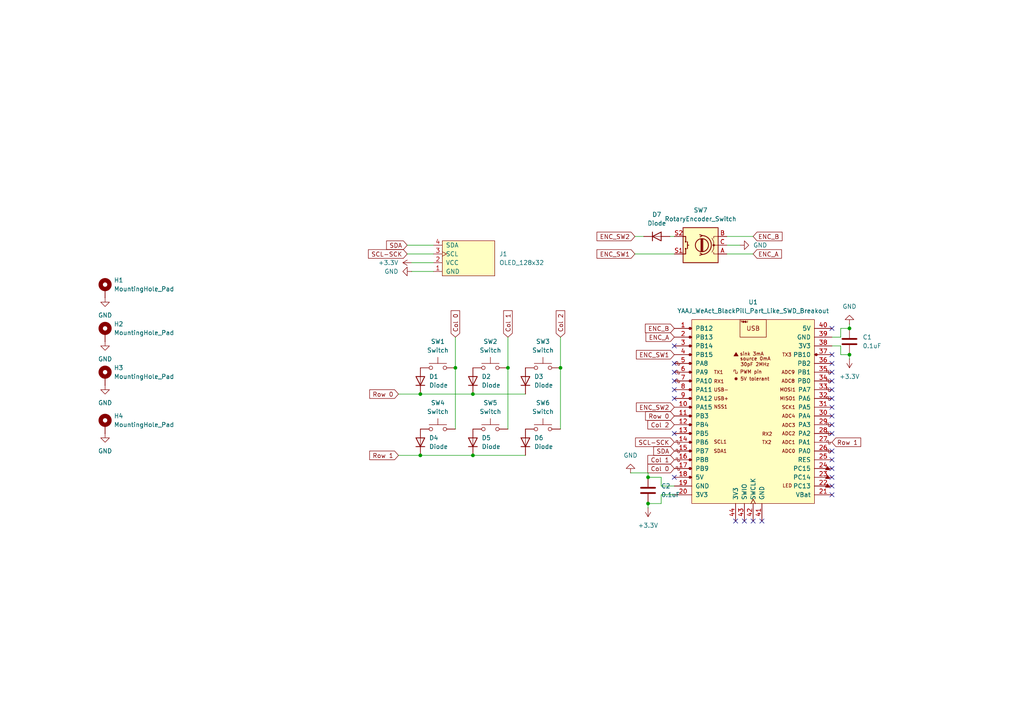
<source format=kicad_sch>
(kicad_sch (version 20250114) (generator "eeschema") (generator_version "9.0")
  (paper "A4")
  (title_block (title "vWAN macropad") (date "2025-07-10") (rev "v1.0") (company "Author: wandou"))
  (lib_symbols
    (symbol "Device:C" (pin_numbers (hide yes)) (pin_names (offset 0.254))
      (property "Reference" "C" (at 0.635 2.54 0))
      (property "Value" "C" (at 0.635 -2.54 0))
      (symbol "C_0_1"
        (polyline (pts (xy -2.032 0.762) (xy 2.032 0.762)) (stroke (width 0.508)))
        (polyline (pts (xy -2.032 -0.762) (xy 2.032 -0.762)) (stroke (width 0.508)))
      )
      (symbol "C_1_1"
        (pin passive line (at 0 3.81 270) (length 2.794) (name "~") (number "1"))
        (pin passive line (at 0 -3.81 90) (length 2.794) (name "~") (number "2"))
      )
    )
    (symbol "Device:RotaryEncoder_Switch" (pin_names (offset 0.254) (hide yes))
      (property "Reference" "SW" (at 0 6.604 0))
      (property "Value" "RotaryEncoder_Switch" (at 0 -6.604 0))
      (symbol "RotaryEncoder_Switch_0_1"
        (rectangle (start -5.08 5.08) (end 5.08 -5.08) (stroke (width 0.254)) (fill (type background)))
        (polyline (pts (xy -5.08 2.54) (xy -3.81 2.54) (xy -3.81 2.032)))
        (polyline (pts (xy -5.08 0) (xy -3.81 0) (xy -3.81 -1.016) (xy -3.302 -2.032)))
        (polyline (pts (xy -5.08 -2.54) (xy -3.81 -2.54) (xy -3.81 -2.032)))
        (polyline (pts (xy -4.318 0) (xy -3.81 0) (xy -3.81 1.016) (xy -3.302 2.032)))
        (circle (center -3.81 0) (radius 0.254) (fill (type outline)))
        (polyline (pts (xy -0.635 -1.778) (xy -0.635 1.778)) (stroke (width 0.254)))
        (circle (center -0.381 0) (radius 1.905) (stroke (width 0.254)))
        (polyline (pts (xy -0.381 -1.778) (xy -0.381 1.778)) (stroke (width 0.254)))
        (arc (start -0.381 -2.794) (mid -3.0988 -0.0635) (end -0.381 2.667) (stroke (width 0.254)))
        (polyline (pts (xy -0.127 1.778) (xy -0.127 -1.778)) (stroke (width 0.254)))
        (polyline (pts (xy 0.254 2.921) (xy -0.508 2.667) (xy 0.127 2.286)) (stroke (width 0.254)))
        (polyline (pts (xy 0.254 -3.048) (xy -0.508 -2.794) (xy 0.127 -2.413)) (stroke (width 0.254)))
        (polyline (pts (xy 3.81 1.016) (xy 3.81 -1.016)) (stroke (width 0.254)))
        (polyline (pts (xy 3.81 0) (xy 3.429 0)) (stroke (width 0.254)))
        (circle (center 4.318 1.016) (radius 0.127) (stroke (width 0.254)))
        (circle (center 4.318 -1.016) (radius 0.127) (stroke (width 0.254)))
        (polyline (pts (xy 5.08 2.54) (xy 4.318 2.54) (xy 4.318 1.016)) (stroke (width 0.254)))
        (polyline (pts (xy 5.08 -2.54) (xy 4.318 -2.54) (xy 4.318 -1.016)) (stroke (width 0.254)))
      )
      (symbol "RotaryEncoder_Switch_1_1"
        (pin passive line (at -7.62 2.54 0) (length 2.54) (name "A") (number "A"))
        (pin passive line (at -7.62 0 0) (length 2.54) (name "C") (number "C"))
        (pin passive line (at -7.62 -2.54 0) (length 2.54) (name "B") (number "B"))
        (pin passive line (at 7.62 2.54 180) (length 2.54) (name "S1") (number "S1"))
        (pin passive line (at 7.62 -2.54 180) (length 2.54) (name "S2") (number "S2"))
      )
    )
    (symbol "Mechanical:MountingHole_Pad" (pin_numbers (hide yes)) (pin_names (offset 1.016) (hide yes)) (in_bom no)
      (property "Reference" "H" (at 0 6.35 0))
      (property "Value" "MountingHole_Pad" (at 0 4.445 0))
      (symbol "MountingHole_Pad_0_1"
        (circle (center 0 1.27) (radius 1.27) (stroke (width 1.27)))
      )
      (symbol "MountingHole_Pad_1_1"
        (pin input line (at 0 -2.54 90) (length 2.54) (name "1") (number "1"))
      )
    )
    (symbol "ScottoKeebs:OLED_128x32" (pin_names (offset 1.016))
      (property "Reference" "J" (at 0 -6.35 0))
      (property "Value" "OLED_128x32" (at 0 6.35 0))
      (symbol "OLED_128x32_0_1"
        (rectangle (start 0 5.08) (end 15.24 -5.08) (fill (type background)))
      )
      (symbol "OLED_128x32_1_1"
        (pin bidirectional line (at -2.54 3.81 0) (length 2.54) (name "SDA") (number "4"))
        (pin input clock (at -2.54 1.27 0) (length 2.54) (name "SCL") (number "3"))
        (pin power_in line (at -2.54 -1.27 0) (length 2.54) (name "VCC") (number "2"))
        (pin power_in line (at -2.54 -3.81 0) (length 2.54) (name "GND") (number "1"))
      )
    )
    (symbol "ScottoKeebs:Placeholder_Diode" (pin_numbers (hide yes)) (pin_names (hide yes))
      (property "Reference" "D" (at 0 2.54 0))
      (property "Value" "Diode" (at 0 -2.54 0))
      (symbol "Placeholder_Diode_0_1"
        (polyline (pts (xy -1.27 1.27) (xy -1.27 -1.27)) (stroke (width 0.254)))
        (polyline (pts (xy 1.27 1.27) (xy 1.27 -1.27) (xy -1.27 0) (xy 1.27 1.27)) (stroke (width 0.254)))
        (polyline (pts (xy 1.27 0) (xy -1.27 0)))
      )
      (symbol "Placeholder_Diode_1_1"
        (pin passive line (at -3.81 0 0) (length 2.54) (name "K") (number "1"))
        (pin passive line (at 3.81 0 180) (length 2.54) (name "A") (number "2"))
      )
    )
    (symbol "ScottoKeebs:Placeholder_Switch" (pin_numbers (hide yes)) (pin_names (offset 1.016) (hide yes))
      (property "Reference" "SW" (at 1.27 2.54 0))
      (property "Value" "Switch" (at 0 -1.524 0))
      (symbol "Placeholder_Switch_0_1"
        (circle (center -2.032 0) (radius 0.508))
        (polyline (pts (xy 0 1.27) (xy 0 3.048)))
        (circle (center 2.032 0) (radius 0.508))
        (polyline (pts (xy 2.54 1.27) (xy -2.54 1.27)))
        (pin passive line (at -5.08 0 0) (length 2.54) (name "1") (number "1"))
        (pin passive line (at 5.08 0 180) (length 2.54) (name "2") (number "2"))
      )
    )
    (symbol "YAAJ_WeAct_BlackPill_Part_Like_SWD_Breakout:YAAJ_WeAct_BlackPill_Part_Like_SWD_Breakout" (pin_names (offset 1.016))
      (property "Reference" "U" (at -17.526 27.94 0))
      (property "Value" "YAAJ_WeAct_BlackPill_Part_Like_SWD_Breakout" (at 9.144 27.94 0))
      (symbol "YAAJ_WeAct_BlackPill_Part_Like_SWD_Breakout_0_0"
        (circle (center -18.288 22.86) (radius 0.3556) (fill (type outline)))
        (circle (center -18.288 17.78) (radius 0.3556) (fill (type outline)))
        (circle (center -18.288 15.24) (radius 0.3556) (fill (type outline)))
        (circle (center -18.288 12.7) (radius 0.3556) (fill (type outline)))
        (circle (center -18.288 10.16) (radius 0.3556) (fill (type outline)))
        (circle (center -18.288 7.62) (radius 0.3556) (fill (type outline)))
        (circle (center -18.288 5.08) (radius 0.3556) (fill (type outline)))
        (circle (center -18.288 2.54) (radius 0.3556) (fill (type outline)))
        (circle (center -18.288 0) (radius 0.3556) (fill (type outline)))
        (circle (center -18.288 -2.54) (radius 0.3556) (fill (type outline)))
        (circle (center -18.288 -5.08) (radius 0.3556) (fill (type outline)))
        (circle (center -18.288 -7.62) (radius 0.3556) (fill (type outline)))
        (circle (center -18.288 -10.16) (radius 0.3556) (fill (type outline)))
        (circle (center -18.288 -12.7) (radius 0.3556) (fill (type outline)))
        (circle (center -18.288 -15.24) (radius 0.3556) (fill (type outline)))
        (circle (center -18.288 -17.78) (radius 0.3556) (fill (type outline)))
        (circle (center -18.288 -20.32) (radius 0.3556) (fill (type outline)))
        (polyline (pts (xy -5.588 14.859) (xy -4.953 15.875) (xy -4.318 14.859) (xy -5.588 14.859) (xy -4.953 15.748) (xy -4.445 14.859) (xy -5.461 14.986) (xy -4.953 15.621) (xy -4.572 14.859) (xy -5.334 15.113) (xy -4.826 15.494) (xy -4.699 14.859) (xy -5.207 15.24) (xy -4.699 15.367) (xy -4.826 14.986) (xy -5.08 15.24) (xy -4.826 15.113) (xy -4.953 15.367)))
        (circle (center -4.953 8.255) (radius 0.127) (fill (type outline)))
        (circle (center -4.953 8.255) (radius 0.254))
        (circle (center -4.953 8.255) (radius 0.3556))
        (circle (center 18.288 15.24) (radius 0.254) (fill (type outline)))
        (circle (center 18.288 15.24) (radius 0.3556))
        (polyline (pts (xy 20.955 -18.161) (xy 21.59 -17.145) (xy 22.225 -18.161) (xy 20.955 -18.161) (xy 21.59 -17.272) (xy 22.098 -18.161) (xy 21.082 -18.034) (xy 21.59 -17.399) (xy 21.971 -18.161) (xy 21.209 -17.907) (xy 21.717 -17.526) (xy 21.844 -18.161) (xy 21.336 -17.78) (xy 21.844 -17.653) (xy 21.717 -18.034) (xy 21.463 -17.78) (xy 21.717 -17.907) (xy 21.59 -17.653)))
        (polyline (pts (xy 20.955 -20.701) (xy 21.59 -19.685) (xy 22.225 -20.701) (xy 20.955 -20.701) (xy 21.59 -19.812) (xy 22.098 -20.701) (xy 21.082 -20.574) (xy 21.59 -19.939) (xy 21.971 -20.701) (xy 21.209 -20.447) (xy 21.717 -20.066) (xy 21.844 -20.701) (xy 21.336 -20.32) (xy 21.844 -20.193) (xy 21.717 -20.574) (xy 21.463 -20.32) (xy 21.717 -20.447) (xy 21.59 -20.193)))
        (polyline (pts (xy 20.955 -23.241) (xy 21.59 -22.225) (xy 22.225 -23.241) (xy 20.955 -23.241) (xy 21.59 -22.352) (xy 22.098 -23.241) (xy 21.082 -23.114) (xy 21.59 -22.479) (xy 21.971 -23.241) (xy 21.209 -22.987) (xy 21.717 -22.606) (xy 21.844 -23.241) (xy 21.336 -22.86) (xy 21.844 -22.733) (xy 21.717 -23.114) (xy 21.463 -22.86) (xy 21.717 -22.987) (xy 21.59 -22.733)))
        (text "TX1" (at -10.033 10.16 0) (effects (font (size 0.9906 0.9906))))
        (text "RX1" (at -9.906 7.493 0) (effects (font (size 0.9906 0.9906))))
        (text "SCL1" (at -9.525 -10.033 0) (effects (font (size 0.9906 0.9906))))
        (text "SDA1" (at -9.525 -12.7 0) (effects (font (size 0.9906 0.9906))))
        (text "NSS1" (at -9.398 0.127 0) (effects (font (size 0.9906 0.9906))))
        (text "USB-" (at -9.271 5.08 0) (effects (font (size 0.9906 0.9906))))
        (text "USB+" (at -9.271 2.54 0) (effects (font (size 0.9906 0.9906))))
        (text "Y@@J" (at -2.5654 24.8412 0) (effects (font (size 0.508 0.508))))
        (text "PWM pin" (at -0.635 10.287 0) (effects (font (size 0.9906 0.9906))))
        (text "sink 3mA" (at -0.381 15.494 0) (effects (font (size 0.9906 0.9906))))
        (text "USB" (at 0 22.86 0) (effects (font (size 1.27 1.27))))
        (text "30pF 2MHz" (at 0.508 12.446 0) (effects (font (size 0.9906 0.9906))))
        (text "5V tolerant" (at 0.508 8.255 0) (effects (font (size 0.9906 0.9906))))
        (text "source 0mA" (at 0.635 14.097 0) (effects (font (size 0.9906 0.9906))))
        (text "TX2" (at 3.937 -10.16 0) (effects (font (size 0.9906 0.9906))))
        (text "RX2" (at 4.064 -7.747 0) (effects (font (size 0.9906 0.9906))))
        (text "TX3" (at 9.779 15.24 0) (effects (font (size 0.9906 0.9906))))
        (text "LED" (at 9.906 -22.733 0) (effects (font (size 0.9906 0.9906))))
        (text "MOSI1" (at 10.033 5.08 0) (effects (font (size 0.9906 0.9906))))
        (text "MISO1" (at 10.033 2.54 0) (effects (font (size 0.9906 0.9906))))
        (text "ADC9" (at 10.16 10.16 0) (effects (font (size 0.9906 0.9906))))
        (text "ADC8" (at 10.16 7.62 0) (effects (font (size 0.9906 0.9906))))
        (text "SCK1" (at 10.287 0 0) (effects (font (size 0.9906 0.9906))))
        (text "ADC4" (at 10.287 -2.54 0) (effects (font (size 0.9906 0.9906))))
        (text "ADC3" (at 10.287 -5.207 0) (effects (font (size 0.9906 0.9906))))
        (text "ADC2" (at 10.287 -7.62 0) (effects (font (size 0.9906 0.9906))))
        (text "ADC1" (at 10.287 -10.16 0) (effects (font (size 0.9906 0.9906))))
        (text "ADC0" (at 10.287 -12.7 0) (effects (font (size 0.9906 0.9906))))
      )
      (symbol "YAAJ_WeAct_BlackPill_Part_Like_SWD_Breakout_0_1"
        (polyline (pts (xy -21.336 12.7) (xy -21.336 12.192) (xy -21.844 12.192) (xy -21.844 13.208) (xy -22.352 13.208) (xy -22.352 12.7)))
        (polyline (pts (xy -21.336 10.16) (xy -21.336 9.652) (xy -21.844 9.652) (xy -21.844 10.668) (xy -22.352 10.668) (xy -22.352 10.16)))
        (polyline (pts (xy -21.336 7.62) (xy -21.336 7.112) (xy -21.844 7.112) (xy -21.844 8.128) (xy -22.352 8.128) (xy -22.352 7.62)))
        (polyline (pts (xy -21.336 -10.16) (xy -21.336 -10.668) (xy -21.844 -10.668) (xy -21.844 -9.652) (xy -22.352 -9.652) (xy -22.352 -10.16)))
        (polyline (pts (xy -21.336 -12.7) (xy -21.336 -13.208) (xy -21.844 -13.208) (xy -21.844 -12.192) (xy -22.352 -12.192) (xy -22.352 -12.7)))
        (polyline (pts (xy -21.336 -15.24) (xy -21.336 -15.748) (xy -21.844 -15.748) (xy -21.844 -14.732) (xy -22.352 -14.732) (xy -22.352 -15.24)))
        (polyline (pts (xy -21.336 -17.78) (xy -21.336 -18.288) (xy -21.844 -18.288) (xy -21.844 -17.272) (xy -22.352 -17.272) (xy -22.352 -17.78)))
        (rectangle (start -17.78 25.4) (end 17.78 -27.94) (fill (type background)))
        (polyline (pts (xy -4.572 10.287) (xy -4.572 9.779) (xy -5.08 9.779) (xy -5.08 10.795) (xy -5.588 10.795) (xy -5.588 10.287)))
        (rectangle (start 3.81 25.4) (end -3.81 20.32))
        (polyline (pts (xy 22.352 10.16) (xy 22.352 9.652) (xy 21.844 9.652) (xy 21.844 10.668) (xy 21.336 10.668) (xy 21.336 10.16)))
        (polyline (pts (xy 22.352 7.62) (xy 22.352 7.112) (xy 21.844 7.112) (xy 21.844 8.128) (xy 21.336 8.128) (xy 21.336 7.62)))
        (polyline (pts (xy 22.352 5.08) (xy 22.352 4.572) (xy 21.844 4.572) (xy 21.844 5.588) (xy 21.336 5.588) (xy 21.336 5.08)))
        (polyline (pts (xy 22.352 2.54) (xy 22.352 2.032) (xy 21.844 2.032) (xy 21.844 3.048) (xy 21.336 3.048) (xy 21.336 2.54)))
        (polyline (pts (xy 22.352 -5.08) (xy 22.352 -5.588) (xy 21.844 -5.588) (xy 21.844 -4.572) (xy 21.336 -4.572) (xy 21.336 -5.08)))
        (polyline (pts (xy 22.352 -7.62) (xy 22.352 -8.128) (xy 21.844 -8.128) (xy 21.844 -7.112) (xy 21.336 -7.112) (xy 21.336 -7.62)))
        (polyline (pts (xy 22.352 -10.16) (xy 22.352 -10.668) (xy 21.844 -10.668) (xy 21.844 -9.652) (xy 21.336 -9.652) (xy 21.336 -10.16)))
        (polyline (pts (xy 22.352 -12.7) (xy 22.352 -13.208) (xy 21.844 -13.208) (xy 21.844 -12.192) (xy 21.336 -12.192) (xy 21.336 -12.7)))
      )
      (symbol "YAAJ_WeAct_BlackPill_Part_Like_SWD_Breakout_1_1"
        (circle (center -18.288 20.32) (radius 0.3556) (fill (type outline)))
        (pin bidirectional line (at -22.86 22.86 0) (length 5.08) (name "PB12") (number "1"))
        (pin bidirectional line (at -22.86 20.32 0) (length 5.08) (name "PB13") (number "2"))
        (pin bidirectional line (at -22.86 17.78 0) (length 5.08) (name "PB14") (number "3"))
        (pin bidirectional line (at -22.86 15.24 0) (length 5.08) (name "PB15") (number "4"))
        (pin bidirectional line (at -22.86 12.7 0) (length 5.08) (name "PA8") (number "5"))
        (pin bidirectional line (at -22.86 10.16 0) (length 5.08) (name "PA9") (number "6"))
        (pin bidirectional line (at -22.86 7.62 0) (length 5.08) (name "PA10") (number "7"))
        (pin bidirectional line (at -22.86 5.08 0) (length 5.08) (name "PA11") (number "8"))
        (pin bidirectional line (at -22.86 2.54 0) (length 5.08) (name "PA12") (number "9"))
        (pin bidirectional line (at -22.86 0 0) (length 5.08) (name "PA15") (number "10"))
        (pin bidirectional line (at -22.86 -2.54 0) (length 5.08) (name "PB3") (number "11"))
        (pin bidirectional line (at -22.86 -5.08 0) (length 5.08) (name "PB4") (number "12"))
        (pin bidirectional line (at -22.86 -7.62 0) (length 5.08) (name "PB5") (number "13"))
        (pin bidirectional line (at -22.86 -10.16 0) (length 5.08) (name "PB6") (number "14"))
        (pin bidirectional line (at -22.86 -12.7 0) (length 5.08) (name "PB7") (number "15"))
        (pin bidirectional line (at -22.86 -15.24 0) (length 5.08) (name "PB8") (number "16"))
        (pin bidirectional line (at -22.86 -17.78 0) (length 5.08) (name "PB9") (number "17"))
        (pin power_in line (at -22.86 -20.32 0) (length 5.08) (name "5V") (number "18"))
        (pin power_in line (at -22.86 -22.86 0) (length 5.08) (name "GND") (number "19"))
        (pin power_in line (at -22.86 -25.4 0) (length 5.08) (name "3V3") (number "20"))
        (pin power_in line (at -5.08 -33.02 90) (length 5.08) (name "3V3") (number "44"))
        (pin bidirectional line (at -2.54 -33.02 90) (length 5.08) (name "SWIO") (number "43"))
        (pin bidirectional clock (at 0 -33.02 90) (length 5.08) (name "SWCLK") (number "42"))
        (pin power_in line (at 2.54 -33.02 90) (length 5.08) (name "GND") (number "41"))
        (pin power_in line (at 22.86 22.86 180) (length 5.08) (name "5V") (number "40"))
        (pin power_in line (at 22.86 20.32 180) (length 5.08) (name "GND") (number "39"))
        (pin power_in line (at 22.86 17.78 180) (length 5.08) (name "3V3") (number "38"))
        (pin bidirectional line (at 22.86 15.24 180) (length 5.08) (name "PB10") (number "37"))
        (pin bidirectional line (at 22.86 12.7 180) (length 5.08) (name "PB2") (number "36"))
        (pin bidirectional line (at 22.86 10.16 180) (length 5.08) (name "PB1") (number "35"))
        (pin bidirectional line (at 22.86 7.62 180) (length 5.08) (name "PB0") (number "34"))
        (pin bidirectional line (at 22.86 5.08 180) (length 5.08) (name "PA7") (number "33"))
        (pin bidirectional line (at 22.86 2.54 180) (length 5.08) (name "PA6") (number "32"))
        (pin bidirectional line (at 22.86 0 180) (length 5.08) (name "PA5") (number "31"))
        (pin bidirectional line (at 22.86 -2.54 180) (length 5.08) (name "PA4") (number "30"))
        (pin bidirectional line (at 22.86 -5.08 180) (length 5.08) (name "PA3") (number "29"))
        (pin bidirectional line (at 22.86 -7.62 180) (length 5.08) (name "PA2") (number "28"))
        (pin bidirectional line (at 22.86 -10.16 180) (length 5.08) (name "PA1") (number "27"))
        (pin bidirectional line (at 22.86 -12.7 180) (length 5.08) (name "PA0") (number "26"))
        (pin input line (at 22.86 -15.24 180) (length 5.08) (name "RES") (number "25"))
        (pin bidirectional line (at 22.86 -17.78 180) (length 5.08) (name "PC15") (number "24"))
        (pin bidirectional line (at 22.86 -20.32 180) (length 5.08) (name "PC14") (number "23"))
        (pin bidirectional line (at 22.86 -22.86 180) (length 5.08) (name "PC13") (number "22"))
        (pin power_in line (at 22.86 -25.4 180) (length 5.08) (name "VBat") (number "21"))
      )
    )
    (symbol "power:+3.3V" (power) (pin_numbers (hide yes)) (pin_names (offset 0) (hide yes))
      (property "Value" "+3.3V" (at 0 3.556 0))
      (symbol "+3.3V_0_1"
        (polyline (pts (xy -0.762 1.27) (xy 0 2.54)))
        (polyline (pts (xy 0 2.54) (xy 0.762 1.27)))
        (polyline (pts (xy 0 0) (xy 0 2.54)))
      )
      (symbol "+3.3V_1_1"
        (pin power_in line (at 0 0 90) (length 0) (name "~") (number "1"))
      )
    )
    (symbol "power:GND" (power) (pin_numbers (hide yes)) (pin_names (offset 0) (hide yes))
      (property "Value" "GND" (at 0 -3.81 0))
      (symbol "GND_0_1"
        (polyline (pts (xy 0 0) (xy 0 -1.27) (xy 1.27 -1.27) (xy 0 -2.54) (xy -1.27 -1.27) (xy 0 -1.27)))
      )
      (symbol "GND_1_1"
        (pin power_in line (at 0 0 270) (length 0) (name "~") (number "1"))
      )
    )
  )
  (junction (at 246.38 102.87))
  (junction (at 162.56 106.68))
  (junction (at 147.32 106.68))
  (junction (at 121.92 132.08))
  (junction (at 137.16 114.3))
  (junction (at 187.96 146.05))
  (junction (at 121.92 114.3))
  (junction (at 187.96 138.43))
  (junction (at 137.16 132.08))
  (junction (at 246.38 95.25))
  (junction (at 132.08 106.68))
  (no_connect (at 241.3 115.57))
  (no_connect (at 241.3 107.95))
  (no_connect (at 241.3 125.73))
  (no_connect (at 241.3 110.49))
  (no_connect (at 195.58 138.43))
  (no_connect (at 241.3 105.41))
  (no_connect (at 241.3 120.65))
  (no_connect (at 215.9 151.13))
  (no_connect (at 195.58 100.33))
  (no_connect (at 241.3 135.89))
  (no_connect (at 241.3 118.11))
  (no_connect (at 241.3 123.19))
  (no_connect (at 195.58 125.73))
  (no_connect (at 241.3 113.03))
  (no_connect (at 241.3 138.43))
  (no_connect (at 241.3 95.25))
  (no_connect (at 241.3 130.81))
  (no_connect (at 195.58 110.49))
  (no_connect (at 195.58 113.03))
  (no_connect (at 195.58 107.95))
  (no_connect (at 220.98 151.13))
  (no_connect (at 218.44 151.13))
  (no_connect (at 241.3 140.97))
  (no_connect (at 195.58 115.57))
  (no_connect (at 195.58 105.41))
  (no_connect (at 241.3 143.51))
  (no_connect (at 241.3 102.87))
  (no_connect (at 241.3 133.35))
  (no_connect (at 213.36 151.13))
  (wire (pts (xy 246.38 102.87) (xy 246.38 104.14)))
  (wire (pts (xy 115.57 132.08) (xy 121.92 132.08)))
  (wire (pts (xy 210.82 71.12) (xy 214.63 71.12)))
  (wire (pts (xy 147.32 97.79) (xy 147.32 106.68)))
  (wire (pts (xy 241.3 100.33) (xy 243.84 100.33)))
  (wire (pts (xy 137.16 132.08) (xy 152.4 132.08)))
  (wire (pts (xy 191.77 146.05) (xy 187.96 146.05)))
  (wire (pts (xy 191.77 143.51) (xy 191.77 146.05)))
  (wire (pts (xy 121.92 114.3) (xy 137.16 114.3)))
  (wire (pts (xy 241.3 97.79) (xy 243.84 97.79)))
  (wire (pts (xy 118.11 71.12) (xy 125.73 71.12)))
  (wire (pts (xy 137.16 114.3) (xy 152.4 114.3)))
  (wire (pts (xy 182.88 137.16) (xy 187.96 137.16)))
  (wire (pts (xy 162.56 97.79) (xy 162.56 106.68)))
  (wire (pts (xy 243.84 102.87) (xy 246.38 102.87)))
  (wire (pts (xy 119.38 78.74) (xy 125.73 78.74)))
  (wire (pts (xy 187.96 137.16) (xy 187.96 138.43)))
  (wire (pts (xy 210.82 73.66) (xy 218.44 73.66)))
  (wire (pts (xy 210.82 68.58) (xy 218.44 68.58)))
  (wire (pts (xy 243.84 100.33) (xy 243.84 102.87)))
  (wire (pts (xy 195.58 143.51) (xy 191.77 143.51)))
  (wire (pts (xy 243.84 95.25) (xy 246.38 95.25)))
  (wire (pts (xy 118.11 73.66) (xy 125.73 73.66)))
  (wire (pts (xy 191.77 140.97) (xy 191.77 138.43)))
  (wire (pts (xy 121.92 132.08) (xy 137.16 132.08)))
  (wire (pts (xy 195.58 140.97) (xy 191.77 140.97)))
  (wire (pts (xy 147.32 106.68) (xy 147.32 124.46)))
  (wire (pts (xy 187.96 146.05) (xy 187.96 147.32)))
  (wire (pts (xy 246.38 93.98) (xy 246.38 95.25)))
  (wire (pts (xy 162.56 106.68) (xy 162.56 124.46)))
  (wire (pts (xy 194.31 68.58) (xy 195.58 68.58)))
  (wire (pts (xy 184.15 68.58) (xy 186.69 68.58)))
  (wire (pts (xy 191.77 138.43) (xy 187.96 138.43)))
  (wire (pts (xy 132.08 106.68) (xy 132.08 124.46)))
  (wire (pts (xy 132.08 97.79) (xy 132.08 106.68)))
  (wire (pts (xy 184.15 73.66) (xy 195.58 73.66)))
  (wire (pts (xy 243.84 97.79) (xy 243.84 95.25)))
  (wire (pts (xy 115.57 114.3) (xy 121.92 114.3)))
  (wire (pts (xy 119.38 76.2) (xy 125.73 76.2)))
  (global_label "Col 1" (shape input) (at 195.58 133.35 180) (property "Intersheetrefs" "${INTERSHEET_REFS}" (effects (hide yes))))
  (global_label "ENC_SW2" (shape input) (at 184.15 68.58 180) (property "Intersheetrefs" "${INTERSHEET_REFS}" (effects (hide yes))))
  (global_label "SDA" (shape input) (at 195.58 130.81 180) (property "Intersheetrefs" "${INTERSHEET_REFS}" (effects (hide yes))))
  (global_label "Row 0" (shape input) (at 115.57 114.3 180) (property "Intersheetrefs" "${INTERSHEET_REFS}" (effects (hide yes))))
  (global_label "Col 2" (shape input) (at 162.56 97.79 90) (property "Intersheetrefs" "${INTERSHEET_REFS}" (effects (hide yes))))
  (global_label "ENC_A" (shape input) (at 195.58 97.79 180) (property "Intersheetrefs" "${INTERSHEET_REFS}" (effects (hide yes))))
  (global_label "Col 0" (shape input) (at 195.58 135.89 180) (property "Intersheetrefs" "${INTERSHEET_REFS}" (effects (hide yes))))
  (global_label "Row 1" (shape input) (at 115.57 132.08 180) (property "Intersheetrefs" "${INTERSHEET_REFS}" (effects (hide yes))))
  (global_label "ENC_SW1" (shape input) (at 195.58 102.87 180) (property "Intersheetrefs" "${INTERSHEET_REFS}" (effects (hide yes))))
  (global_label "Row 1" (shape input) (at 241.3 128.27 0) (property "Intersheetrefs" "${INTERSHEET_REFS}" (effects (hide yes))))
  (global_label "SCL-SCK" (shape input) (at 195.58 128.27 180) (property "Intersheetrefs" "${INTERSHEET_REFS}" (effects (hide yes))))
  (global_label "Col 1" (shape input) (at 147.32 97.79 90) (property "Intersheetrefs" "${INTERSHEET_REFS}" (effects (hide yes))))
  (global_label "Row 0" (shape input) (at 195.58 120.65 180) (property "Intersheetrefs" "${INTERSHEET_REFS}" (effects (hide yes))))
  (global_label "ENC_SW1" (shape input) (at 184.15 73.66 180) (property "Intersheetrefs" "${INTERSHEET_REFS}" (effects (hide yes))))
  (global_label "ENC_SW2" (shape input) (at 195.58 118.11 180) (property "Intersheetrefs" "${INTERSHEET_REFS}" (effects (hide yes))))
  (global_label "ENC_B" (shape input) (at 218.44 68.58 0) (property "Intersheetrefs" "${INTERSHEET_REFS}" (effects (hide yes))))
  (global_label "ENC_B" (shape input) (at 195.58 95.25 180) (property "Intersheetrefs" "${INTERSHEET_REFS}" (effects (hide yes))))
  (global_label "ENC_A" (shape input) (at 218.44 73.66 0) (property "Intersheetrefs" "${INTERSHEET_REFS}" (effects (hide yes))))
  (global_label "SCL-SCK" (shape input) (at 118.11 73.66 180) (property "Intersheetrefs" "${INTERSHEET_REFS}" (effects (hide yes))))
  (global_label "Col 0" (shape input) (at 132.08 97.79 90) (property "Intersheetrefs" "${INTERSHEET_REFS}" (effects (hide yes))))
  (global_label "SDA" (shape input) (at 118.11 71.12 180) (property "Intersheetrefs" "${INTERSHEET_REFS}" (effects (hide yes))))
  (global_label "Col 2" (shape input) (at 195.58 123.19 180) (property "Intersheetrefs" "${INTERSHEET_REFS}" (effects (hide yes))))
  (symbol (lib_id "ScottoKeebs:Placeholder_Diode") (at 137.16 110.49 90) (unit 1)
    (property "Reference" "D2" (at 139.7 109.2199 90) (effects (justify right)))
    (property "Value" "Diode" (at 139.7 111.7599 90) (effects (justify right)))
    (property "Footprint" "ScottoKeebs_Components:Diode_DO-35" (effects (hide yes)))
    (property "Description" "1N4148 (DO-35) or 1N4148W (SOD-123)" (effects (hide yes)))
    (property "Sim.Device" "D" (effects (hide yes)))
    (property "Sim.Pins" "1=K 2=A" (effects (hide yes)))
  )
  (symbol (lib_id "Mechanical:MountingHole_Pad") (at 30.48 96.52 0) (unit 1) (in_bom no)
    (property "Reference" "H2" (at 33.02 93.9799 0) (effects (justify left)))
    (property "Value" "MountingHole_Pad" (at 33.02 96.5199 0) (effects (justify left)))
    (property "Footprint" "MountingHole:MountingHole_2.2mm_M2_DIN965" (effects (hide yes)))
    (property "Description" "Mounting Hole with connection" (effects (hide yes)))
  )
  (symbol (lib_id "ScottoKeebs:Placeholder_Switch") (at 142.24 106.68 0) (unit 1)
    (property "Reference" "SW2" (at 142.24 99.06 0))
    (property "Value" "Switch" (at 142.24 101.6 0))
    (property "Footprint" "MX_Hotswap:MX-Hotswap-1U" (effects (hide yes)))
    (property "Description" "Push button switch, generic, two pins" (effects (hide yes)))
  )
  (symbol (lib_id "ScottoKeebs:Placeholder_Switch") (at 142.24 124.46 0) (unit 1)
    (property "Reference" "SW5" (at 142.24 116.84 0))
    (property "Value" "Switch" (at 142.24 119.38 0))
    (property "Footprint" "MX_Hotswap:MX-Hotswap-1U" (effects (hide yes)))
    (property "Description" "Push button switch, generic, two pins" (effects (hide yes)))
  )
  (symbol (lib_id "power:GND") (at 30.48 99.06 0) (unit 1)
    (property "Reference" "#PWR07" (effects (hide yes)))
    (property "Value" "GND" (at 30.48 104.14 0))
    (property "Description" "Power symbol creates a global label with name \"GND\" , ground" (effects (hide yes)))
  )
  (symbol (lib_id "ScottoKeebs:Placeholder_Switch") (at 127 106.68 0) (unit 1)
    (property "Reference" "SW1" (at 127 99.06 0))
    (property "Value" "Switch" (at 127 101.6 0))
    (property "Footprint" "MX_Hotswap:MX-Hotswap-1U" (effects (hide yes)))
    (property "Description" "Push button switch, generic, two pins" (effects (hide yes)))
  )
  (symbol (lib_id "ScottoKeebs:Placeholder_Diode") (at 137.16 128.27 90) (unit 1)
    (property "Reference" "D5" (at 139.7 126.9999 90) (effects (justify right)))
    (property "Value" "Diode" (at 139.7 129.5399 90) (effects (justify right)))
    (property "Footprint" "ScottoKeebs_Components:Diode_DO-35" (effects (hide yes)))
    (property "Description" "1N4148 (DO-35) or 1N4148W (SOD-123)" (effects (hide yes)))
    (property "Sim.Device" "D" (effects (hide yes)))
    (property "Sim.Pins" "1=K 2=A" (effects (hide yes)))
  )
  (symbol (lib_id "Mechanical:MountingHole_Pad") (at 30.48 83.82 0) (unit 1) (in_bom no)
    (property "Reference" "H1" (at 33.02 81.2799 0) (effects (justify left)))
    (property "Value" "MountingHole_Pad" (at 33.02 83.8199 0) (effects (justify left)))
    (property "Footprint" "MountingHole:MountingHole_2.2mm_M2_DIN965" (effects (hide yes)))
    (property "Description" "Mounting Hole with connection" (effects (hide yes)))
  )
  (symbol (lib_id "Device:RotaryEncoder_Switch") (at 203.2 71.12 180) (unit 1)
    (property "Reference" "SW7" (at 203.2 60.96 0))
    (property "Value" "RotaryEncoder_Switch" (at 203.2 63.5 0))
    (property "Footprint" "Keebio-Parts:RotaryEncoder_EC11" (effects (hide yes)))
    (property "Description" "Rotary encoder, dual channel, incremental quadrate outputs, with switch" (effects (hide yes)))
  )
  (symbol (lib_id "ScottoKeebs:Placeholder_Switch") (at 157.48 124.46 0) (unit 1)
    (property "Reference" "SW6" (at 157.48 116.84 0))
    (property "Value" "Switch" (at 157.48 119.38 0))
    (property "Footprint" "MX_Hotswap:MX-Hotswap-1U" (effects (hide yes)))
    (property "Description" "Push button switch, generic, two pins" (effects (hide yes)))
  )
  (symbol (lib_id "power:GND") (at 30.48 86.36 0) (unit 1)
    (property "Reference" "#PWR05" (effects (hide yes)))
    (property "Value" "GND" (at 30.48 91.44 0))
    (property "Description" "Power symbol creates a global label with name \"GND\" , ground" (effects (hide yes)))
  )
  (symbol (lib_id "Device:C") (at 187.96 142.24 0) (unit 1)
    (property "Reference" "C2" (at 191.77 140.9699 0) (effects (justify left)))
    (property "Value" "0.1uF" (at 191.77 143.5099 0) (effects (justify left)))
    (property "Footprint" "Capacitor_THT:C_Disc_D5.0mm_W2.5mm_P2.50mm" (effects (hide yes)))
    (property "Description" "Unpolarized capacitor" (effects (hide yes)))
  )
  (symbol (lib_id "power:+3.3V") (at 187.96 147.32 180) (unit 1)
    (property "Reference" "#PWR01" (effects (hide yes)))
    (property "Value" "+3.3V" (at 187.96 152.4 0))
    (property "Description" "Power symbol creates a global label with name \"+3.3V\"" (effects (hide yes)))
  )
  (symbol (lib_id "power:GND") (at 246.38 93.98 180) (unit 1)
    (property "Reference" "#PWR04" (effects (hide yes)))
    (property "Value" "GND" (at 246.38 88.9 0))
    (property "Description" "Power symbol creates a global label with name \"GND\" , ground" (effects (hide yes)))
  )
  (symbol (lib_id "ScottoKeebs:OLED_128x32") (at 128.27 74.93 0) (unit 1)
    (property "Reference" "J1" (at 144.78 73.6599 0) (effects (justify left)))
    (property "Value" "OLED_128x32" (at 144.78 76.1999 0) (effects (justify left)))
    (property "Footprint" "ScottoKeebs_Components:OLED_128x32" (effects (hide yes)))
  )
  (symbol (lib_id "power:+3.3V") (at 119.38 76.2 90) (unit 1)
    (property "Reference" "#PWR06" (effects (hide yes)))
    (property "Value" "+3.3V" (at 115.57 76.1999 90) (effects (justify left)))
    (property "Description" "Power symbol creates a global label with name \"+3.3V\"" (effects (hide yes)))
  )
  (symbol (lib_id "power:GND") (at 30.48 111.76 0) (unit 1)
    (property "Reference" "#PWR010" (effects (hide yes)))
    (property "Value" "GND" (at 30.48 116.84 0))
    (property "Description" "Power symbol creates a global label with name \"GND\" , ground" (effects (hide yes)))
  )
  (symbol (lib_id "Mechanical:MountingHole_Pad") (at 30.48 109.22 0) (unit 1) (in_bom no)
    (property "Reference" "H3" (at 33.02 106.6799 0) (effects (justify left)))
    (property "Value" "MountingHole_Pad" (at 33.02 109.2199 0) (effects (justify left)))
    (property "Footprint" "MountingHole:MountingHole_2.2mm_M2_DIN965" (effects (hide yes)))
    (property "Description" "Mounting Hole with connection" (effects (hide yes)))
  )
  (symbol (lib_id "power:+3.3V") (at 246.38 104.14 180) (unit 1)
    (property "Reference" "#PWR03" (effects (hide yes)))
    (property "Value" "+3.3V" (at 246.38 109.22 0))
    (property "Description" "Power symbol creates a global label with name \"+3.3V\"" (effects (hide yes)))
  )
  (symbol (lib_id "Mechanical:MountingHole_Pad") (at 30.48 123.19 0) (unit 1) (in_bom no)
    (property "Reference" "H4" (at 33.02 120.6499 0) (effects (justify left)))
    (property "Value" "MountingHole_Pad" (at 33.02 123.1899 0) (effects (justify left)))
    (property "Footprint" "MountingHole:MountingHole_2.2mm_M2_DIN965" (effects (hide yes)))
    (property "Description" "Mounting Hole with connection" (effects (hide yes)))
  )
  (symbol (lib_id "power:GND") (at 182.88 137.16 180) (unit 1)
    (property "Reference" "#PWR02" (effects (hide yes)))
    (property "Value" "GND" (at 182.88 132.08 0))
    (property "Description" "Power symbol creates a global label with name \"GND\" , ground" (effects (hide yes)))
  )
  (symbol (lib_id "ScottoKeebs:Placeholder_Diode") (at 121.92 128.27 90) (unit 1)
    (property "Reference" "D4" (at 124.46 126.9999 90) (effects (justify right)))
    (property "Value" "Diode" (at 124.46 129.5399 90) (effects (justify right)))
    (property "Footprint" "ScottoKeebs_Components:Diode_DO-35" (effects (hide yes)))
    (property "Description" "1N4148 (DO-35) or 1N4148W (SOD-123)" (effects (hide yes)))
    (property "Sim.Device" "D" (effects (hide yes)))
    (property "Sim.Pins" "1=K 2=A" (effects (hide yes)))
  )
  (symbol (lib_id "ScottoKeebs:Placeholder_Diode") (at 190.5 68.58 0) (unit 1)
    (property "Reference" "D7" (at 190.5 62.23 0))
    (property "Value" "Diode" (at 190.5 64.77 0))
    (property "Footprint" "ScottoKeebs_Components:Diode_DO-35" (effects (hide yes)))
    (property "Description" "1N4148 (DO-35) or 1N4148W (SOD-123)" (effects (hide yes)))
    (property "Sim.Device" "D" (effects (hide yes)))
    (property "Sim.Pins" "1=K 2=A" (effects (hide yes)))
  )
  (symbol (lib_id "ScottoKeebs:Placeholder_Switch") (at 127 124.46 0) (unit 1)
    (property "Reference" "SW4" (at 127 116.84 0))
    (property "Value" "Switch" (at 127 119.38 0))
    (property "Footprint" "MX_Hotswap:MX-Hotswap-1U" (effects (hide yes)))
    (property "Description" "Push button switch, generic, two pins" (effects (hide yes)))
  )
  (symbol (lib_id "Device:C") (at 246.38 99.06 0) (unit 1)
    (property "Reference" "C1" (at 250.19 97.7899 0) (effects (justify left)))
    (property "Value" "0.1uF" (at 250.19 100.3299 0) (effects (justify left)))
    (property "Footprint" "Capacitor_THT:C_Disc_D5.0mm_W2.5mm_P2.50mm" (effects (hide yes)))
    (property "Description" "Unpolarized capacitor" (effects (hide yes)))
  )
  (symbol (lib_id "power:GND") (at 119.38 78.74 270) (unit 1)
    (property "Reference" "#PWR08" (effects (hide yes)))
    (property "Value" "GND" (at 115.57 78.7399 90) (effects (justify right)))
    (property "Description" "Power symbol creates a global label with name \"GND\" , ground" (effects (hide yes)))
  )
  (symbol (lib_id "ScottoKeebs:Placeholder_Diode") (at 152.4 128.27 90) (unit 1)
    (property "Reference" "D6" (at 154.94 126.9999 90) (effects (justify right)))
    (property "Value" "Diode" (at 154.94 129.5399 90) (effects (justify right)))
    (property "Footprint" "ScottoKeebs_Components:Diode_DO-35" (effects (hide yes)))
    (property "Description" "1N4148 (DO-35) or 1N4148W (SOD-123)" (effects (hide yes)))
    (property "Sim.Device" "D" (effects (hide yes)))
    (property "Sim.Pins" "1=K 2=A" (effects (hide yes)))
  )
  (symbol (lib_id "power:GND") (at 214.63 71.12 90) (unit 1)
    (property "Reference" "#PWR09" (effects (hide yes)))
    (property "Value" "GND" (at 218.44 71.1199 90) (effects (justify right)))
    (property "Description" "Power symbol creates a global label with name \"GND\" , ground" (effects (hide yes)))
  )
  (symbol (lib_id "YAAJ_WeAct_BlackPill_Part_Like_SWD_Breakout:YAAJ_WeAct_BlackPill_Part_Like_SWD_Breakout") (at 218.44 118.11 0) (unit 1)
    (property "Reference" "U1" (at 218.44 87.63 0))
    (property "Value" "YAAJ_WeAct_BlackPill_Part_Like_SWD_Breakout" (at 218.44 90.17 0))
    (property "Footprint" "Footprints:YAAJ_WeAct_BlackPill_SWD_2" (effects (hide yes)))
    (property "Description" "WeAct STM32F401/411 Black Pill ; not KLC compliant ; SWD broken out" (effects (hide yes)))
  )
  (symbol (lib_id "power:GND") (at 30.48 125.73 0) (unit 1)
    (property "Reference" "#PWR011" (effects (hide yes)))
    (property "Value" "GND" (at 30.48 130.81 0))
    (property "Description" "Power symbol creates a global label with name \"GND\" , ground" (effects (hide yes)))
  )
  (symbol (lib_id "ScottoKeebs:Placeholder_Diode") (at 121.92 110.49 90) (unit 1)
    (property "Reference" "D1" (at 124.46 109.2199 90) (effects (justify right)))
    (property "Value" "Diode" (at 124.46 111.7599 90) (effects (justify right)))
    (property "Footprint" "ScottoKeebs_Components:Diode_DO-35" (effects (hide yes)))
    (property "Description" "1N4148 (DO-35) or 1N4148W (SOD-123)" (effects (hide yes)))
    (property "Sim.Device" "D" (effects (hide yes)))
    (property "Sim.Pins" "1=K 2=A" (effects (hide yes)))
  )
  (symbol (lib_id "ScottoKeebs:Placeholder_Switch") (at 157.48 106.68 0) (unit 1)
    (property "Reference" "SW3" (at 157.48 99.06 0))
    (property "Value" "Switch" (at 157.48 101.6 0))
    (property "Footprint" "MX_Hotswap:MX-Hotswap-1U" (effects (hide yes)))
    (property "Description" "Push button switch, generic, two pins" (effects (hide yes)))
  )
  (symbol (lib_id "ScottoKeebs:Placeholder_Diode") (at 152.4 110.49 90) (unit 1)
    (property "Reference" "D3" (at 154.94 109.2199 90) (effects (justify right)))
    (property "Value" "Diode" (at 154.94 111.7599 90) (effects (justify right)))
    (property "Footprint" "ScottoKeebs_Components:Diode_DO-35" (effects (hide yes)))
    (property "Description" "1N4148 (DO-35) or 1N4148W (SOD-123)" (effects (hide yes)))
    (property "Sim.Device" "D" (effects (hide yes)))
    (property "Sim.Pins" "1=K 2=A" (effects (hide yes)))
  )
)
</source>
